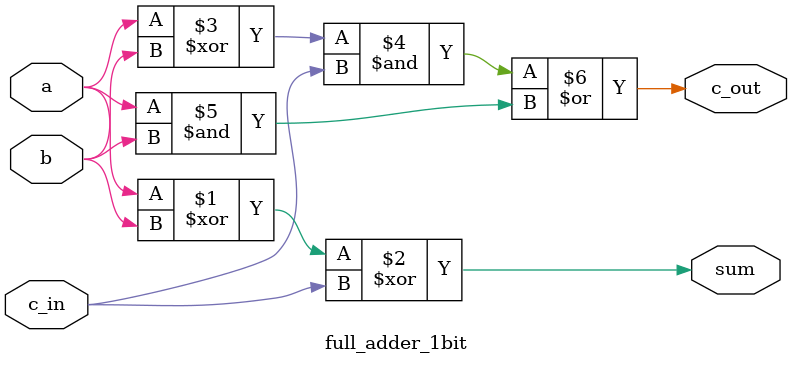
<source format=v>
`timescale 1ns / 1ps

module full_adder_1bit(a, b, c_in, sum, c_out);

    input a;
    input b;
    input c_in;
    output sum;
    output c_out;
    
    assign sum = (a ^ b) ^ c_in;
    assign c_out = ((a ^ b) & c_in) | (a & b);
    
endmodule

</source>
